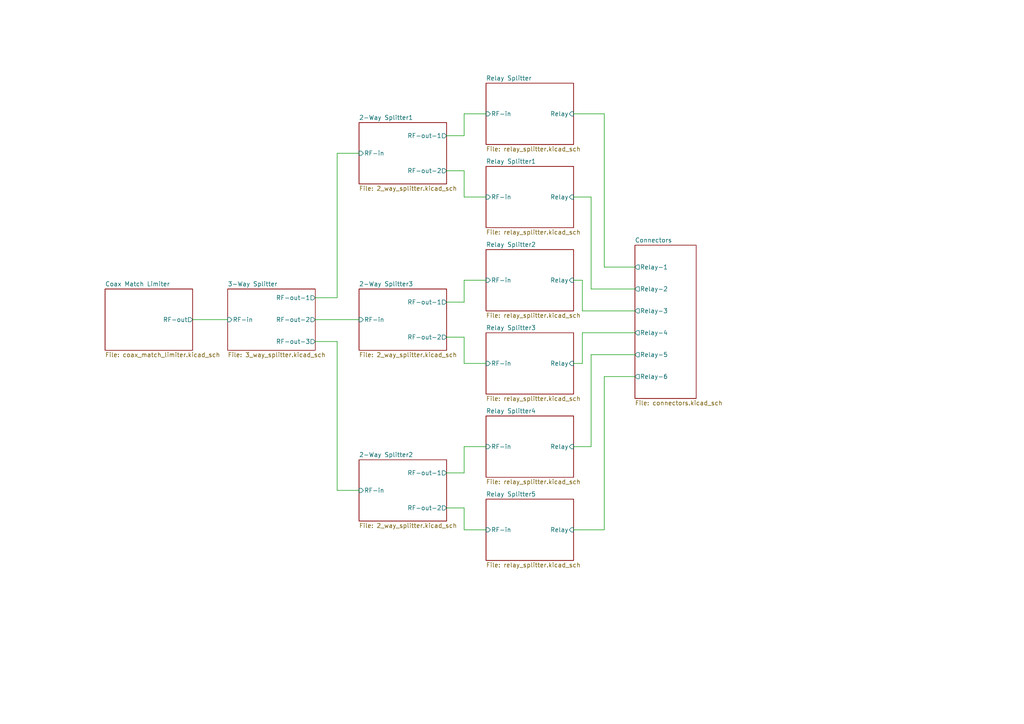
<source format=kicad_sch>
(kicad_sch (version 20211123) (generator eeschema)
  (paper "A4")
  (lib_symbols)
  (wire (pts (xy 134.62 49.53) (xy 134.62 57.15)))
  (wire (pts (xy 166.37 105.41) (xy 168.91 105.41)))
  (wire (pts (xy 134.62 81.28) (xy 140.97 81.28)))
  (wire (pts (xy 171.45 102.87) (xy 184.15 102.87)))
  (wire (pts (xy 168.91 90.17) (xy 184.15 90.17)))
  (wire (pts (xy 134.62 129.54) (xy 140.97 129.54)))
  (wire (pts (xy 91.44 86.36) (xy 97.79 86.36)))
  (wire (pts (xy 166.37 33.02) (xy 175.26 33.02)))
  (wire (pts (xy 97.79 44.45) (xy 104.14 44.45)))
  (wire (pts (xy 97.79 99.06) (xy 97.79 142.24)))
  (wire (pts (xy 134.62 105.41) (xy 140.97 105.41)))
  (wire (pts (xy 129.54 97.79) (xy 134.62 97.79)))
  (wire (pts (xy 134.62 57.15) (xy 140.97 57.15)))
  (wire (pts (xy 91.44 99.06) (xy 97.79 99.06)))
  (wire (pts (xy 134.62 87.63) (xy 134.62 81.28)))
  (wire (pts (xy 134.62 33.02) (xy 140.97 33.02)))
  (wire (pts (xy 129.54 137.16) (xy 134.62 137.16)))
  (wire (pts (xy 166.37 129.54) (xy 171.45 129.54)))
  (wire (pts (xy 129.54 87.63) (xy 134.62 87.63)))
  (wire (pts (xy 171.45 57.15) (xy 171.45 83.82)))
  (wire (pts (xy 134.62 153.67) (xy 140.97 153.67)))
  (wire (pts (xy 97.79 44.45) (xy 97.79 86.36)))
  (wire (pts (xy 166.37 81.28) (xy 168.91 81.28)))
  (wire (pts (xy 91.44 92.71) (xy 104.14 92.71)))
  (wire (pts (xy 168.91 96.52) (xy 184.15 96.52)))
  (wire (pts (xy 166.37 153.67) (xy 175.26 153.67)))
  (wire (pts (xy 171.45 83.82) (xy 184.15 83.82)))
  (wire (pts (xy 168.91 105.41) (xy 168.91 96.52)))
  (wire (pts (xy 129.54 39.37) (xy 134.62 39.37)))
  (wire (pts (xy 168.91 81.28) (xy 168.91 90.17)))
  (wire (pts (xy 175.26 109.22) (xy 184.15 109.22)))
  (wire (pts (xy 175.26 33.02) (xy 175.26 77.47)))
  (wire (pts (xy 55.88 92.71) (xy 66.04 92.71)))
  (wire (pts (xy 134.62 39.37) (xy 134.62 33.02)))
  (wire (pts (xy 175.26 153.67) (xy 175.26 109.22)))
  (wire (pts (xy 175.26 77.47) (xy 184.15 77.47)))
  (wire (pts (xy 134.62 97.79) (xy 134.62 105.41)))
  (wire (pts (xy 134.62 147.32) (xy 134.62 153.67)))
  (wire (pts (xy 171.45 129.54) (xy 171.45 102.87)))
  (wire (pts (xy 97.79 142.24) (xy 104.14 142.24)))
  (wire (pts (xy 134.62 137.16) (xy 134.62 129.54)))
  (wire (pts (xy 166.37 57.15) (xy 171.45 57.15)))
  (wire (pts (xy 129.54 147.32) (xy 134.62 147.32)))
  (wire (pts (xy 129.54 49.53) (xy 134.62 49.53)))
  (sheet (at 140.97 120.65) (size 25.4 17.78) (stroke (width 0.1524))
    (property "Sheet name" "Relay Splitter4" (at 140.97 119.9384 0) (effects (justify left bottom)))
    (property "Sheet file" "relay_splitter.kicad_sch" (at 140.97 139.0146 0) (effects (justify left top)))
    (pin "RF-in" input (at 140.97 129.54 180))
    (pin "Relay" input (at 166.37 129.54 0))
  )
  (sheet (at 140.97 144.78) (size 25.4 17.78) (stroke (width 0.1524))
    (property "Sheet name" "Relay Splitter5" (at 140.97 144.0684 0) (effects (justify left bottom)))
    (property "Sheet file" "relay_splitter.kicad_sch" (at 140.97 163.1446 0) (effects (justify left top)))
    (pin "RF-in" input (at 140.97 153.67 180))
    (pin "Relay" input (at 166.37 153.67 0))
  )
  (sheet (at 30.48 83.82) (size 25.4 17.78) (stroke (width 0.1524))
    (property "Sheet name" "Coax Match Limiter" (at 30.48 83.1084 0) (effects (justify left bottom)))
    (property "Sheet file" "coax_match_limiter.kicad_sch" (at 30.48 102.1846 0) (effects (justify left top)))
    (pin "RF-out" output (at 55.88 92.71 0))
  )
  (sheet (at 140.97 96.52) (size 25.4 17.78) (stroke (width 0.1524))
    (property "Sheet name" "Relay Splitter3" (at 140.97 95.8084 0) (effects (justify left bottom)))
    (property "Sheet file" "relay_splitter.kicad_sch" (at 140.97 114.8846 0) (effects (justify left top)))
    (pin "RF-in" input (at 140.97 105.41 180))
    (pin "Relay" input (at 166.37 105.41 0))
  )
  (sheet (at 140.97 24.13) (size 25.4 17.78) (stroke (width 0.1524))
    (property "Sheet name" "Relay Splitter" (at 140.97 23.4184 0) (effects (justify left bottom)))
    (property "Sheet file" "relay_splitter.kicad_sch" (at 140.97 42.4946 0) (effects (justify left top)))
    (pin "RF-in" input (at 140.97 33.02 180))
    (pin "Relay" input (at 166.37 33.02 0))
  )
  (sheet (at 104.14 133.35) (size 25.4 17.78) (stroke (width 0.1524))
    (property "Sheet name" "2-Way Splitter2" (at 104.14 132.6384 0) (effects (justify left bottom)))
    (property "Sheet file" "2_way_splitter.kicad_sch" (at 104.14 151.7146 0) (effects (justify left top)))
    (pin "RF-out-2" output (at 129.54 147.32 0))
    (pin "RF-out-1" output (at 129.54 137.16 0))
    (pin "RF-in" input (at 104.14 142.24 180))
  )
  (sheet (at 104.14 83.82) (size 25.4 17.78) (stroke (width 0.1524))
    (property "Sheet name" "2-Way Splitter3" (at 104.14 83.1084 0) (effects (justify left bottom)))
    (property "Sheet file" "2_way_splitter.kicad_sch" (at 104.14 102.1846 0) (effects (justify left top)))
    (pin "RF-out-2" output (at 129.54 97.79 0))
    (pin "RF-out-1" output (at 129.54 87.63 0))
    (pin "RF-in" input (at 104.14 92.71 180))
  )
  (sheet (at 66.04 83.82) (size 25.4 17.78) (stroke (width 0.1524))
    (property "Sheet name" "3-Way Splitter" (at 66.04 83.1084 0) (effects (justify left bottom)))
    (property "Sheet file" "3_way_splitter.kicad_sch" (at 66.04 102.1846 0) (effects (justify left top)))
    (pin "RF-out-1" output (at 91.44 86.36 0))
    (pin "RF-out-3" output (at 91.44 99.06 0))
    (pin "RF-in" input (at 66.04 92.71 180))
    (pin "RF-out-2" output (at 91.44 92.71 0))
  )
  (sheet (at 140.97 48.26) (size 25.4 17.78) (stroke (width 0.1524))
    (property "Sheet name" "Relay Splitter1" (at 140.97 47.5484 0) (effects (justify left bottom)))
    (property "Sheet file" "relay_splitter.kicad_sch" (at 140.97 66.6246 0) (effects (justify left top)))
    (pin "RF-in" input (at 140.97 57.15 180))
    (pin "Relay" input (at 166.37 57.15 0))
  )
  (sheet (at 184.15 71.12) (size 17.78 44.45) (stroke (width 0.1524))
    (property "Sheet name" "Connectors" (at 184.15 70.4084 0) (effects (justify left bottom)))
    (property "Sheet file" "connectors.kicad_sch" (at 184.15 116.1546 0) (effects (justify left top)))
    (pin "Relay-6" output (at 184.15 109.22 180))
    (pin "Relay-4" output (at 184.15 96.52 180))
    (pin "Relay-2" output (at 184.15 83.82 180))
    (pin "Relay-1" output (at 184.15 77.47 180))
    (pin "Relay-3" output (at 184.15 90.17 180))
    (pin "Relay-5" output (at 184.15 102.87 180))
  )
  (sheet (at 140.97 72.39) (size 25.4 17.78) (stroke (width 0.1524))
    (property "Sheet name" "Relay Splitter2" (at 140.97 71.6784 0) (effects (justify left bottom)))
    (property "Sheet file" "relay_splitter.kicad_sch" (at 140.97 90.7546 0) (effects (justify left top)))
    (pin "RF-in" input (at 140.97 81.28 180))
    (pin "Relay" input (at 166.37 81.28 0))
  )
  (sheet (at 104.14 35.56) (size 25.4 17.78) (stroke (width 0.1524))
    (property "Sheet name" "2-Way Splitter1" (at 104.14 34.8484 0) (effects (justify left bottom)))
    (property "Sheet file" "2_way_splitter.kicad_sch" (at 104.14 53.9246 0) (effects (justify left top)))
    (pin "RF-out-2" output (at 129.54 49.53 0))
    (pin "RF-out-1" output (at 129.54 39.37 0))
    (pin "RF-in" input (at 104.14 44.45 180))
  )
)
</source>
